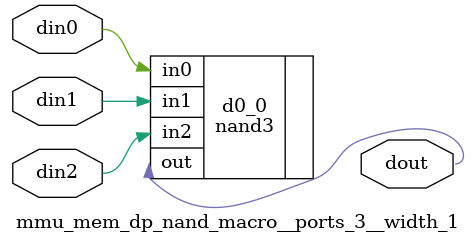
<source format=v>
module mmu_mem_dp (
  asi_error_inject, 
  asi_error_mask, 
  asi_mbist_ecc, 
  asi_mbist_run, 
  parity_in, 
  parity_out);
wire mbist_run_;
wire pre_error_inject_;
wire pre_error_inject;
wire error_inject;
wire error_inject_;
wire parity_in_;
wire parity_mux_0;
wire parity_mux_1;
wire parity_mux_2;



input		asi_error_inject;
input		asi_error_mask;

input		asi_mbist_ecc;
input		asi_mbist_run;

input 		parity_in;

output		parity_out;	



mmu_mem_dp_inv_macro__width_1 mbist_run_b_inv  (
	.din	(asi_mbist_run			),
	.dout	(mbist_run_			)
);

mmu_mem_dp_nand_macro__ports_2__width_1 pre_error_inject_b_nand   (
	.din0	({1 {asi_error_inject}}		),
	.din1	(asi_error_mask			),
	.dout	(pre_error_inject_		)
);

mmu_mem_dp_inv_macro__width_1 pre_error_inject_inv  (
	.din	(pre_error_inject_		),
	.dout	(pre_error_inject		)
);

mmu_mem_dp_and_macro__width_1 error_inject_and  (
	.din0	(pre_error_inject		),
	.din1	({1 {mbist_run_}}		),
	.dout	(error_inject			)
);

mmu_mem_dp_and_macro__width_1 error_inject_b_and  (
	.din0	(pre_error_inject_		),
	.din1	({1 {mbist_run_}}		),
	.dout	(error_inject_			)
);

mmu_mem_dp_inv_macro__width_1 parity_in_b_inv  (
	.din	(parity_in			),
	.dout	(parity_in_			)
);

mmu_mem_dp_nand_macro__ports_2__width_1 parity_mux_0_nand   (
	.din0	(asi_mbist_ecc			),
	.din1	(asi_mbist_run			),
	.dout	(parity_mux_0			)
);

mmu_mem_dp_nand_macro__ports_2__width_1 parity_mux_1_nand   (
	.din0	(parity_in			),
	.din1	(error_inject_			),
	.dout	(parity_mux_1			)
);

mmu_mem_dp_nand_macro__ports_2__width_1 parity_mux_2_nand   (
	.din0	(parity_in_			),
	.din1	(error_inject			),
	.dout	(parity_mux_2			)
);

mmu_mem_dp_nand_macro__ports_3__width_1 parity_mux_nand   (
	.din0	(parity_mux_0			),
	.din1	(parity_mux_1			),
	.din2	(parity_mux_2			),
	.dout	(parity_out			)
);




supply0 vss; // <- port for ground
supply1 vdd; // <- port for power

endmodule



//
//   invert macro
//
//





module mmu_mem_dp_inv_macro__width_1 (
  din, 
  dout);
  input [0:0] din;
  output [0:0] dout;






inv #(1)  d0_0 (
.in(din[0:0]),
.out(dout[0:0])
);









endmodule





//
//   nand macro for ports = 2,3,4
//
//





module mmu_mem_dp_nand_macro__ports_2__width_1 (
  din0, 
  din1, 
  dout);
  input [0:0] din0;
  input [0:0] din1;
  output [0:0] dout;






nand2 #(1)  d0_0 (
.in0(din0[0:0]),
.in1(din1[0:0]),
.out(dout[0:0])
);









endmodule





//  
//   and macro for ports = 2,3,4
//
//





module mmu_mem_dp_and_macro__width_1 (
  din0, 
  din1, 
  dout);
  input [0:0] din0;
  input [0:0] din1;
  output [0:0] dout;






and2 #(1)  d0_0 (
.in0(din0[0:0]),
.in1(din1[0:0]),
.out(dout[0:0])
);









endmodule





//
//   nand macro for ports = 2,3,4
//
//





module mmu_mem_dp_nand_macro__ports_3__width_1 (
  din0, 
  din1, 
  din2, 
  dout);
  input [0:0] din0;
  input [0:0] din1;
  input [0:0] din2;
  output [0:0] dout;






nand3 #(1)  d0_0 (
.in0(din0[0:0]),
.in1(din1[0:0]),
.in2(din2[0:0]),
.out(dout[0:0])
);









endmodule





</source>
